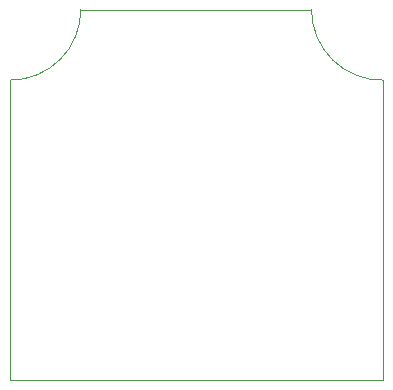
<source format=gm1>
%TF.GenerationSoftware,KiCad,Pcbnew,(5.99.0-3499-gca2252686-dirty)*%
%TF.CreationDate,2020-09-23T10:08:41+03:00*%
%TF.ProjectId,omega,6f6d6567-612e-46b6-9963-61645f706362,rev?*%
%TF.SameCoordinates,Original*%
%TF.FileFunction,Profile,NP*%
%FSLAX46Y46*%
G04 Gerber Fmt 4.6, Leading zero omitted, Abs format (unit mm)*
G04 Created by KiCad (PCBNEW (5.99.0-3499-gca2252686-dirty)) date 2020-09-23 10:08:41*
%MOMM*%
%LPD*%
G01*
G04 APERTURE LIST*
%TA.AperFunction,Profile*%
%ADD10C,0.100000*%
%TD*%
G04 APERTURE END LIST*
D10*
X96678000Y-52324000D02*
X116204919Y-52324000D01*
X122301000Y-58292999D02*
G75*
G02*
X116204919Y-52324000I-125757J5968999D01*
G01*
X90678000Y-58293001D02*
G75*
G03*
X96678000Y-52324000I30919J5969001D01*
G01*
X122301000Y-83693000D02*
X122301000Y-58293000D01*
X90678000Y-83693000D02*
X122301000Y-83693000D01*
X90678000Y-58293000D02*
X90678000Y-83693000D01*
M02*

</source>
